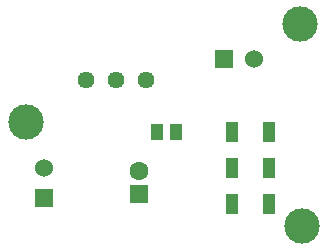
<source format=gbr>
%TF.GenerationSoftware,KiCad,Pcbnew,8.0.2*%
%TF.CreationDate,2024-06-16T16:49:38+02:00*%
%TF.ProjectId,SCS Maker,53435320-4d61-46b6-9572-2e6b69636164,rev?*%
%TF.SameCoordinates,Original*%
%TF.FileFunction,Soldermask,Top*%
%TF.FilePolarity,Negative*%
%FSLAX46Y46*%
G04 Gerber Fmt 4.6, Leading zero omitted, Abs format (unit mm)*
G04 Created by KiCad (PCBNEW 8.0.2) date 2024-06-16 16:49:38*
%MOMM*%
%LPD*%
G01*
G04 APERTURE LIST*
%ADD10C,1.440000*%
%ADD11C,3.000000*%
%ADD12R,1.530000X1.530000*%
%ADD13C,1.530000*%
%ADD14R,1.050000X1.800000*%
%ADD15R,1.070000X1.470000*%
%ADD16R,1.600000X1.600000*%
%ADD17C,1.600000*%
G04 APERTURE END LIST*
D10*
%TO.C,U1*%
X70866000Y-46736000D03*
X73406000Y-46736000D03*
X75946000Y-46736000D03*
%TD*%
D11*
%TO.C,*%
X88976200Y-41960800D03*
%TD*%
D12*
%TO.C,J1*%
X67316500Y-56706000D03*
D13*
X67316500Y-54166000D03*
%TD*%
D14*
%TO.C,R3*%
X83224500Y-57250000D03*
X86324500Y-57250000D03*
%TD*%
%TO.C,R1*%
X83224500Y-51154000D03*
X86324500Y-51154000D03*
%TD*%
D15*
%TO.C,C2*%
X76842500Y-51154000D03*
X78482500Y-51154000D03*
%TD*%
D11*
%TO.C,*%
X89103200Y-59131200D03*
%TD*%
D16*
%TO.C,C1*%
X75376500Y-56427112D03*
D17*
X75376500Y-54427112D03*
%TD*%
D12*
%TO.C,J2*%
X82550000Y-44958000D03*
D13*
X85090000Y-44958000D03*
%TD*%
D14*
%TO.C,R2*%
X86324500Y-54202000D03*
X83224500Y-54202000D03*
%TD*%
D11*
%TO.C,*%
X65735200Y-50292000D03*
%TD*%
M02*

</source>
